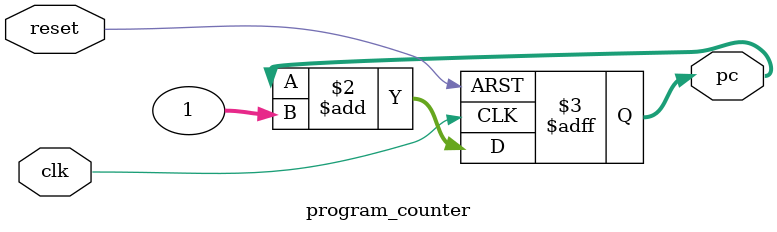
<source format=sv>
module program_counter #(parameter counter_width = 32)
    ( output logic [counter_width - 1:0] pc,
    input logic reset,
    input logic clk
    
);

always_ff @(posedge clk, posedge reset)
    if (reset)
        pc <= 0;
    else
        pc <= pc + 1;


    
endmodule
</source>
